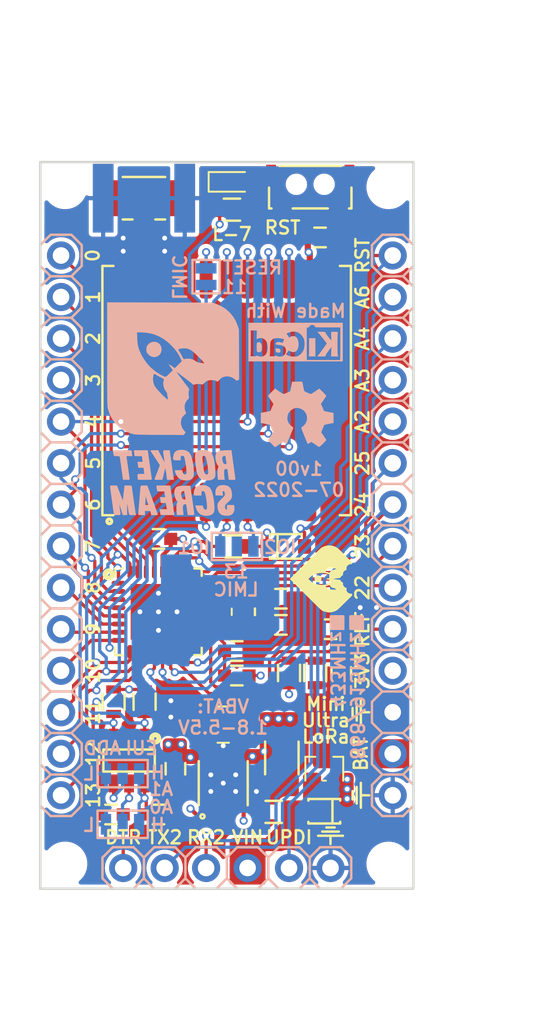
<source format=kicad_pcb>
(kicad_pcb (version 20221018) (generator pcbnew)
  (title_block (title "Mini Ultra LoRa") (date "2022-07-17") (rev "1v00") (company "Rocket Scream Electronics"))
  (layers (0 "F.Cu" signal) (1 "In1.Cu" power "GND") (2 "In2.Cu" power "3V3") (31 "B.Cu" signal) (34 "B.Paste" user) (35 "F.Paste" user) (36 "B.SilkS" user "B.Silkscreen") (37 "F.SilkS" user "F.Silkscreen") (38 "B.Mask" user) (39 "F.Mask" user) (44 "Edge.Cuts" user))
  (net 0 "")
  (net 1 "GND")
  (net 2 "/D4")
  (net 3 "/D9")
  (net 4 "/RST")
  (net 5 "/D3")
  (net 6 "/D5")
  (net 7 "/D6")
  (net 8 "/D7")
  (net 9 "/D8")
  (net 10 "/D10")
  (net 11 "/D11")
  (net 12 "/D12")
  (net 13 "/D13")
  (net 14 "/A6")
  (net 15 "AREF")
  (net 16 "/A2")
  (net 17 "/A3")
  (net 18 "/A4")
  (net 19 "/A5")
  (net 20 "/D0")
  (net 21 "/D1")
  (net 22 "/D2")
  (net 23 "VIN")
  (net 24 "/BULX")
  (net 25 "/BOLX")
  (net 26 "VBAT")
  (net 27 "/D25")
  (net 28 "/D20")
  (net 29 "/D21")
  (net 30 "/UPDI")
  (net 31 "/D24")
  (net 32 "/D23")
  (net 33 "/D22")
  (net 34 "Net-(C4-Pad1)")
  (net 35 "Net-(D3-Pad2)")
  (net 36 "3V3")
  (net 37 "Net-(C3-Pad1)")
  (net 38 "Net-(C2-Pad2)")
  (net 39 "Net-(J2-Pad1)")
  (net 40 "Net-(JP1-Pad2)")
  (net 41 "Net-(JP2-Pad2)")
  (net 42 "/DIO2")
  (net 43 "/DIO1")
  (net 44 "Net-(JP4-Pad2)")
  (footprint "RocketScreamKiCadLib:TS-1086E-12" (layer "F.Cu") (at 214 109.1)
    (fp_text reference "SW1" hide)
    (fp_text value "SPNO")
  )
  (footprint "RocketScreamKiCadLib:SOD-323" (layer "F.Cu") (at 212.5 131.6)
    (fp_text reference "D1" hide)
    (fp_text value "1N4148WS")
  )
  (footprint "RocketScreamKiCadLib:R_0603" (layer "F.Cu") (at 209.2 111 180)
    (fp_text reference "R5" hide)
    (fp_text value "2K2")
  )
  (footprint "RocketScreamKiCadLib:R_0603" (layer "F.Cu") (at 209.3 131.6 180)
    (fp_text reference "R1" hide)
    (fp_text value "10K")
  )
  (footprint "RocketScreamKiCadLib:C_0603" (layer "F.Cu") (at 204.7 131.14 180)
    (fp_text reference "C1" hide)
    (fp_text value "100nF")
  )
  (footprint "RocketScreamKiCadLib:C_0603" (layer "F.Cu") (at 209.5 138)
    (fp_text reference "C3" hide)
    (fp_text value "100nF")
  )
  (footprint "RocketScreamKiCadLib:R_0603" (layer "F.Cu") (at 211.76 147.84 180)
    (fp_text reference "R2" hide)
    (fp_text value "10K")
  )
  (footprint "RocketScreamKiCadLib:SOD-323" (layer "F.Cu") (at 214.86 147.8 180)
    (fp_text reference "D2" hide)
    (fp_text value "B16WS")
  )
  (footprint "RocketScreamKiCadLib:C_1206" (layer "F.Cu") (at 212.26 144.54 -90)
    (fp_text reference "C5" hide)
    (fp_text value "220uF 6.3V X5R")
  )
  (footprint "RocketScreamKiCadLib:I_0603" (layer "F.Cu") (at 209.5 139.5)
    (fp_text reference "L2" hide)
    (fp_text value "BLM18KG221SN1D")
  )
  (footprint "RocketScreamKiCadLib:I_2520" (layer "F.Cu") (at 208.668 142.5 180)
    (fp_text reference "L1" hide)
    (fp_text value "CVH252009-2R2M")
  )
  (footprint "RocketScreamKiCadLib:C_0603" (layer "F.Cu") (at 205.74 145.2 -90)
    (fp_text reference "C4" hide)
    (fp_text value "22uF 10V X5R")
  )
  (footprint "RocketScreamKiCadLib:DFN-12" (layer "F.Cu") (at 208.668 146.082 90)
    (fp_text reference "U1" hide)
    (fp_text value "RP604K331A")
  )
  (footprint "RocketScreamKiCadLib:SOT-323" (layer "F.Cu") (at 214.86 145.2 -90)
    (fp_text reference "Q1" hide)
    (fp_text value "DMP2165UW-7")
  )
  (footprint "RocketScreamKiCadLib:R_0603" (layer "F.Cu") (at 214.3 139.34 -90)
    (fp_text reference "R7" hide)
    (fp_text value "1M")
  )
  (footprint "RocketScreamKiCadLib:R_0603" (layer "F.Cu") (at 212.7 139.34 -90)
    (fp_text reference "R6" hide)
    (fp_text value "1M")
  )
  (footprint "RocketScreamKiCadLib:C_0603" (layer "F.Cu") (at 201.79 148)
    (fp_text reference "C2" hide)
    (fp_text value "100nF")
  )
  (footprint "RocketScreamKiCadLib:C_0603" (layer "F.Cu") (at 215.25 136.665 180)
    (fp_text reference "C7" hide)
    (fp_text value "100nF")
  )
  (footprint "RocketScreamKiCadLib:LED_0603" (layer "F.Cu") (at 209.2 109.3)
    (fp_text reference "D3" hide)
    (fp_text value "Red")
  )
  (footprint "RocketScreamKiCadLib:C_0603" (layer "F.Cu") (at 212.2 136.4)
    (fp_text reference "C8" hide)
    (fp_text value "10pF")
  )
  (footprint "RocketScreamKiCadLib:C_0603" (layer "F.Cu") (at 212.2 134.8)
    (fp_text reference "C9" hide)
    (fp_text value "10pF")
  )
  (footprint "RocketScreamKiCadLib:SC-20S" (layer "F.Cu") (at 209.9 135.6 90)
    (fp_text reference "Y1" hide)
    (fp_text value "SC20S")
  )
  (footprint "RocketScreamKiCadLib:LOGO-ROCKET-SCREAM_Without_Text_XXXXSmall" (layer "F.Cu") (at 215.163073 133.590004 135)
    (fp_text reference "LOGO2" hide)
    (fp_text value "LOGO-ROCKET-SCREAM-WITHOUT-TEXT" hide)
  )
  (footprint "RocketScreamKiCadLib:C_0603" (layer "F.Cu") (at 215.9 139.34 90)
    (fp_text reference "C10" hide)
    (fp_text value "100nF")
  )
  (footprint "RocketScreamKiCadLib:C_0603" (layer "F.Cu") (at 214.6 112.7)
    (fp_text reference "C11" hide)
    (fp_text value "22uF 10V X5R")
  )
  (footprint "RocketScreamKiCadLib:HOLE_NPTH_2.2MM" (layer "F.Cu") (at 218.796 109.614)
    (fp_text reference "M7" hide)
    (fp_text value "MOUNT_HOLE")
  )
  (footprint "RocketScreamKiCadLib:FIDUCIAL-0.5MM_CROSS" (layer "F.Cu") (at 198.46 111.54)
    (fp_text reference "M1" hide)
    (fp_text value "FIDUCIAL")
  )
  (footprint "RocketScreamKiCadLib:HOLE_NPTH_2.2MM" (layer "F.Cu") (at 198.984 151.016)
    (fp_text reference "M5" hide)
    (fp_text value "MOUNT_HOLE")
  )
  (footprint "RocketScreamKiCadLib:SOT-23-6" (layer "F.Cu") (at 202.9 144.7 180)
    (fp_text reference "U3" hide)
    (fp_text value "24AA025E64T-I-OT")
  )
  (footprint "RocketScreamKiCadLib:HOLE_NPTH_2.2MM" (layer "F.Cu") (at 198.984 109.614)
    (fp_text reference "M6" hide)
    (fp_text value "MOUNT_HOLE")
  )
  (footprint "RocketScreamKiCadLib:C_0603" (layer "F.Cu") (at 204.7 148)
    (fp_text reference "C6" hide)
    (fp_text value "100nF")
  )
  (footprint "RocketScreamKiCadLib:R_0603" (layer "F.Cu") (at 201.95 141.1 90)
    (fp_text reference "R3" hide)
    (fp_text value "2K2")
  )
  (footprint "RocketScreamKiCadLib:FIDUCIAL-0.5MM_CROSS" (layer "F.Cu") (at 198.46 149.04)
    (fp_text reference "M3" hide)
    (fp_text value "FIDUCIAL")
  )
  (footprint "RocketScreamKiCadLib:HOLE_NPTH_2.2MM" (layer "F.Cu") (at 218.796 151.016)
    (fp_text reference "M8" hide)
    (fp_text value "MOUNT_HOLE")
  )
  (footprint "RocketScreamKiCadLib:RF-SMA-EDGE_Without_Feed" (layer "F.Cu") (at 203.81 110.3 90)
    (fp_text reference "J3" hide)
    (fp_text value "RF-SMA-EDGE_Without_Feed")
  )
  (footprint "RocketScreamKiCadLib:U.FL-R-SMT" (layer "F.Cu") (at 203.81 110.3 180)
    (fp_text reference "J2" hide)
    (fp_text value "U.FL-R-SMT")
  )
  (footprint "RocketScreamKiCadLib:FIDUCIAL-0.5MM_CROSS" (layer "F.Cu") (at 219.46 149.04)
    (fp_text reference "M4" hide)
    (fp_text value "FIDUCIAL")
  )
  (footprint "RocketScreamKiCadLib:E19-900M20S2" (layer "F.Cu") (at 208.89 122.067)
    (fp_text reference "U4" hide)
    (fp_text value "E19-900M20S2")
  )
  (footprint "RocketScreamKiCadLib:R_0603" (layer "F.Cu") (at 203.85 141.1 90)
    (fp_text reference "R4" hide)
    (fp_text value "2K2")
  )
  (footprint "RocketScreamKiCadLib:QFN-32_5x5mm_Pitch0.5mm" (layer "F.Cu") (at 204.7 135.6)
    (fp_text reference "U2" hide)
    (fp_text value "ATMEGAx808-Mx")
  )
  (footprint "RocketScreamKiCadLib:FIDUCIAL-0.5MM_CROSS" (layer "F.Cu") (at 219.46 111.54)
    (fp_text reference "M2" hide)
    (fp_text value "FIDUCIAL")
  )
  (footprint "RocketScreamKiCadLib:LOGO-ROCKET-SCREAM_Vertical_XSmall" (layer "B.Cu") (at 205.59908 123.407889 180)
    (fp_text reference "LOGO3" hide)
    (fp_text value "LOGO-ROCKET-SCREAM-VERTICAL" hide)
  )
  (footprint "RocketScreamKiCadLib:HDR_1x6_Pitch2.54mm" (layer "B.Cu") (at 208.89 151.27)
    (fp_text reference "J1" hide)
    (fp_text value "2.54 mm 1x6")
  )
  (footprint "RocketScreamKiCadLib:HDR_1x14_Pitch2.54mm" (layer "B.Cu") (at 219.05 130.315 -90)
    (fp_text reference "J5" hide)
    (fp_text value "2.54 mm 1x14")
  )
  (footprint "RocketScreamKiCadLib:HDR_1x14_Pitch2.54mm" (layer "B.Cu") (at 198.73 130.315 -90)
    (fp_text reference "J4" hide)
    (fp_text value "2.54 mm 1x14")
  )
  (footprint "RocketScreamKiCadLib:LOGO-KICAD_XXXSmall" (layer "B.Cu") (at 213.1 119.1 180)
    (fp_text reference "LOGO1" hide)
    (fp_text value "LOGO-KICAD" hide)
  )
  (footprint "RocketScreamKiCadLib:LOGO-OSHW_XXSmall" (layer "B.Cu") (at 213.2 123.5 180)
    (fp_text reference "LOGO4" hide)
    (fp_text value "LOGO-OSHW" hide)
  )
  (footprint "RocketScreamKiCadLib:JUMPER-2-WAY-SMD" (layer "B.Cu") (at 209.5 131.6)
    (fp_text reference "JP3" hide)
    (fp_text value "JUMPER-2-WAY")
  )
  (footprint "RocketScreamKiCadLib:JUMPER-2-WAY-SMD" (layer "B.Cu") (at 202.5 148.6)
    (fp_text reference "JP2" hide)
    (fp_text value "JUMPER-2-WAY")
  )
  (footprint "RocketScreamKiCadLib:JUMPER-1-WAY-SMD" (layer "B.Cu") (at 207.62 115.1 90)
    (fp_text reference "JP4" hide)
    (fp_text value "JUMPER-1-WAY")
  )
  (footprint "RocketScreamKiCadLib:JUMPER-2-WAY-SMD" (layer "B.Cu") (at 202.5 145.5)
    (fp_text reference "JP1" hide)
    (fp_text value "JUMPER-2-WAY")
  )
  (gr_poly (pts (xy 216.46 135.878) (xy 216.46 136.64) (xy 217.222 136.64) (xy 217.222 135.878)) (stroke (width 0.15)) (fill solid) (layer "B.SilkS"))
  (gr_poly (pts (xy 215.26 135.878) (xy 215.26 136.64) (xy 216.022 136.64) (xy 216.022 135.878)) (stroke (width 0.15)) (fill solid) (layer "B.SilkS"))
  (gr_line (start 217.608 146.825) (end 217.1 146.825) (stroke (width 0.15)) (layer "F.SilkS"))
  (gr_line (start 217.1 140.983) (end 217.1 142.507) (stroke (width 0.15)) (layer "F.SilkS"))
  (gr_line (start 215.748 149.046) (end 214.732 149.046) (stroke (width 0.15)) (layer "F.SilkS"))
  (gr_line (start 216.002 149.3) (end 214.478 149.3) (stroke (width 0.15)) (layer "F.SilkS"))
  (gr_line (start 215.24 149.808) (end 215.24 149.3) (stroke (width 0.15)) (layer "F.SilkS"))
  (gr_line (start 217.1 146.063) (end 217.1 147.587) (stroke (width 0.15)) (layer "F.SilkS"))
  (gr_line (start 216.846 146.317) (end 216.846 147.333) (stroke (width 0.15)) (layer "F.SilkS"))
  (gr_line (start 216.592 146.571) (end 216.592 147.079) (stroke (width 0.15)) (layer "F.SilkS"))
  (gr_line (start 217.608 141.745) (end 217.1 141.745) (stroke (width 0.15)) (layer "F.SilkS"))
  (gr_line (start 215.494 148.792) (end 214.986 148.792) (stroke (width 0.15)) (layer "F.SilkS"))
  (gr_line (start 216.592 141.491) (end 216.592 141.999) (stroke (width 0.15)) (layer "F.SilkS"))
  (gr_line (start 216.846 141.237) (end 216.846 142.253) (stroke (width 0.15)) (layer "F.SilkS"))
  (gr_line (start 197.46 108.09) (end 197.46 152.54) (stroke (width 0.15)) (layer "Edge.Cuts"))
  (gr_line (start 197.46 152.54) (end 220.32 152.54) (stroke (width 0.15)) (layer "Edge.Cuts"))
  (gr_line (start 220.32 108.09) (end 220.32 152.54) (stroke (width 0.15)) (layer "Edge.Cuts"))
  (gr_line (start 197.46 108.09) (end 220.32 108.09) (stroke (width 0.15)) (layer "Edge.Cuts"))
  (gr_text "1v00\n07-2022" (at 213.3 127.5) (layer "B.SilkS") (effects (font (size 0.8 0.8)) (justify mirror)))
  (gr_text "VBAT:\n1.8-5.5V" (at 208.66 142.04) (layer "B.SilkS") (effects (font (size 0.8 0.8)) (justify mirror)))
  (gr_text "Made With" (at 213.1 117.2) (layer "B.SilkS") (effects (font (size 0.8 0.8)) (justify mirror)))
  (gr_text "868/915MHz" (at 216.86 140.74 270) (layer "B.SilkS") (effects (font (size 0.8 0.8)) (justify mirror)))
  (gr_text "433MHz" (at 215.66 139.14 270) (layer "B.SilkS") (effects (font (size 0.8 0.8)) (justify mirror)))
  (gr_text "LMIC" (at 209.46 134.24) (layer "B.SilkS") (effects (font (size 0.8 0.8)) (justify mirror)))
  (gr_text "IO2" (at 212.16 131.64) (layer "B.SilkS") (effects (font (size 0.8 0.8)) (justify mirror)))
  (gr_text "L" (at 200.46 148.64) (layer "B.SilkS") (effects (font (size 0.8 0.8)) (justify mirror)))
  (gr_text "LMIC" (at 205.96 115.14 270) (layer "B.SilkS") (effects (font (size 0.8 0.8)) (justify mirror)))
  (gr_text "13" (at 209.46 133.14) (layer "B.SilkS") (effects (font (size 0.8 0.8)) (justify mirror)))
  (gr_text "A0" (at 204.86 147.54) (layer "B.SilkS") (effects (font (size 0.8 0.8)) (justify mirror)))
  (gr_text "H" (at 204.66 148.64) (layer "B.SilkS") (effects (font (size 0.8 0.8)) (justify mirror)))
  (gr_text "11" (at 209.36 115.74) (layer "B.SilkS") (effects (font (size 0.8 0.8)) (justify mirror)))
  (gr_text "L" (at 200.46 145.5) (layer "B.SilkS") (effects (font (size 0.8 0.8)) (justify mirror)))
  (gr_text "EUI" (at 203.66 143.94) (layer "B.SilkS") (effects (font (size 0.8 0.8)) (justify mirror)))
  (gr_text "RESET" (at 210.46 114.54) (layer "B.SilkS") (effects (font (size 0.8 0.8)) (justify mirror)))
  (gr_text "A1" (at 204.86 146.44) (layer "B.SilkS") (effects (font (size 0.8 0.8)) (justify mirror)))
  (gr_text "IO1" (at 206.86 131.64) (layer "B.SilkS") (effects (font (size 0.8 0.8)) (justify mirror)))
  (gr_text "H" (at 204.66 145.44) (layer "B.SilkS") (effects (font (size 0.8 0.8)) (justify mirror)))
  (gr_text "ADD" (at 201.26 143.94) (layer "B.SilkS") (effects (font (size 0.8 0.8)) (justify mirror)))
  (gr_text "12" (at 200.7 144.285 90) (layer "F.SilkS") (effects (font (size 0.8 0.8))))
  (gr_text "11" (at 200.7 141.745 90) (layer "F.SilkS") (effects (font (size 0.8 0.8))))
  (gr_text "10" (at 200.7 139.205 90) (layer "F.SilkS") (effects (font (size 0.8 0.8))))
  (gr_text "9" (at 200.7 136.665 90) (layer "F.SilkS") (effects (font (size 0.8 0.8))))
  (gr_text "8" (at 200.7 134.125 90) (layer "F.SilkS") (effects (font (size 0.8 0.8))))
  (gr_text "7" (at 200.7 131.585 90) (layer "F.SilkS") (effects (font (size 0.8 0.8))))
  (gr_text "6" (at 200.7 129.045 90) (layer "F.SilkS") (effects (font (size 0.8 0.8))))
  (gr_text "5" (at 200.7 126.505 90) (layer "F.SilkS") (effects (font (size 0.8 0.8))))
  (gr_text "4" (at 200.7 123.965 90) (layer "F.SilkS") (effects (font (size 0.8 0.8))))
  (gr_text "3" (at 200.7 121.425 90) (layer "F.SilkS") (effects (font (size 0.8 0.8))))
  (gr_text "2" (at 200.7 118.885 90) (layer "F.SilkS") (effects (font (size 0.8 0.8))))
  (gr_text "1" (at 200.7 116.345 90) (layer "F.SilkS") (effects (font (size 0.8 0.8))))
  (gr_text "0" (at 200.6 113.805 270) (layer "F.SilkS") (effects (font (size 0.8 0.8))))
  (gr_text "VIN" (at 210.16 149.4) (layer "F.SilkS") (effects (font (size 0.8 0.8))))
  (gr_text "RX2" (at 207.62 149.4) (layer "F.SilkS") (effects (font (size 0.8 0.8))))
  (gr_text "TX2" (at 205.08 149.4) (layer "F.SilkS") (effects (font (size 0.8 0.8))))
  (gr_text "DTR" (at 202.54 149.4) (layer "F.SilkS") (effects (font (size 0.8 0.8))))
  (gr_text "RST" (at 217.2 113.805 90) (layer "F.SilkS") (effects (font (size 0.8 0.8))))
  (gr_text "A6" (at 217.2 116.345 90) (layer "F.SilkS") (effects (font (size 0.8 0.8))))
  (gr_text "A4" (at 217.2 118.885 90) (layer "F.SilkS") (effects (font (size 0.8 0.8))))
  (gr_text "A3" (at 217.2 121.425 90) (layer "F.SilkS") (effects (font (size 0.8 0.8))))
  (gr_text "A2" (at 217.2 123.965 90) (layer "F.SilkS") (effects (font (size 0.8 0.8))))
  (gr_text "22" (at 217.2 134.125 90) (layer "F.SilkS") (effects (font (size 0.8 0.8))))
  (gr_text "23" (at 217.2 131.585 90) (layer "F.SilkS") (effects (font (size 0.8 0.8))))
  (gr_text "24" (at 217.2 129.045 90) (layer "F.SilkS") (effects (font (size 0.8 0.8))))
  (gr_text "25" (at 217.2 126.505 90) (layer "F.SilkS") (effects (font (size 0.8 0.8))))
  (gr_text "3V3" (at 217.2 139.205 90) (layer "F.SilkS") (effects (font (size 0.8 0.8))))
  (gr_text "BAT" (at 217.1 144.285 90) (layer "F.SilkS") (effects (font (size 0.8 0.8))))
  (gr_text "REF" (at 217.2 136.665 90) (layer "F.SilkS") (effects (font (size 0.8 0.8))))
  (gr_text "UPDI" (at 212.7 149.4) (layer "F.SilkS") (effects (font (size 0.8 0.8))))
  (gr_text "RST" (at 212.3 112.1) (layer "F.SilkS") (effects (font (size 0.8 0.8))))
  (gr_text "L-7" (at 209.2 112.5) (layer "F.SilkS") (effects (font (size 0.8 0.8))))
  (gr_text "Mini" (at 214.96 141.24) (layer "F.SilkS") (effects (font (size 0.8 0.8))))
  (gr_text "13" (at 200.7 146.825 90) (layer "F.SilkS") (effects (font (size 0.8 0.8))))
  (gr_text "LoRa" (at 214.96 143.24) (layer "F.SilkS") (effects (font (size 0.8 0.8))))
  (gr_text "Ultra" (at 214.96 142.24) (layer "F.SilkS") (effects (font (size 0.8 0.8))))
  (segment (start 209.418 146.602) (end 209.43 146.59) (width 0.254) (layer "F.Cu") (net 1))
  (segment (start 207.150001 136.35) (end 208.25 136.35) (width 0.2) (layer "F.Cu") (net 1))
  (segment (start 208.918 144.046) (end 208.668 143.796) (width 0.254) (layer "F.Cu") (net 1))
  (segment (start 203.95 131.69) (end 203.95 131.14) (width 0.254) (layer "F.Cu") (net 1))
  (segment (start 208.918 146.582) (end 207.993 145.657) (width 0.254) (layer "F.Cu") (net 1))
  (segment (start 208.418 147.482) (end 208.418 148.098) (width 0.254) (layer "F.Cu") (net 1))
  (segment (start 208.918 147.482) (end 208.918 146.582) (width 0.254) (layer "F.Cu") (net 1))
  (segment (start 208.418 146.582) (end 209.343 145.657) (width 0.254) (layer "F.Cu") (net 1))
  (segment (start 208.918 146.082) (end 209.343 146.507) (width 0.254) (layer "F.Cu") (net 1))
  (segment (start 208.418 147.482) (end 208.418 146.582) (width 0.254) (layer "F.Cu") (net 1))
  (segment (start 204.45 133.15) (end 204.45 132.19) (width 0.254) (layer "F.Cu") (net 1))
  (segment (start 204.45 132.19) (end 203.95 131.69) (width 0.254) (layer "F.Cu") (net 1))
  (segment (start 208.918 144.682) (end 208.918 144.046) (width 0.254) (layer "F.Cu") (net 1))
  (segment (start 208.418 144.682) (end 208.418 146.082) (width 0.254) (layer "F.Cu") (net 1))
  (segment (start 208.918 147.482) (end 208.918 148.04) (width 0.254) (layer "F.Cu") (net 1))
  (segment (start 208.418 144.682) (end 208.418 144.046) (width 0.254) (layer "F.Cu") (net 1))
  (segment (start 209.418 147.482) (end 209.418 146.602) (width 0.254) (layer "F.Cu") (net 1))
  (segment (start 209.418 147.482) (end 209.418 147.982) (width 0.254) (layer "F.Cu") (net 1))
  (segment (start 208.418 144.046) (end 208.668 143.796) (width 0.254) (layer "F.Cu") (net 1))
  (segment (start 208.418 146.082) (end 207.993 146.507) (width 0.254) (layer "F.Cu") (net 1))
  (segment (start 208.918 144.682) (end 208.918 146.082) (width 0.254) (layer "F.Cu") (net 1))
  (via (at 207.906 145.574) (size 0.5) (drill 0.3) (layers "F.Cu" "B.Cu") (net 1))
  (via (at 207.906 146.59) (size 0.5) (drill 0.3) (layers "F.Cu" "B.Cu") (net 1))
  (via (at 208.668 146.082) (size 0.5) (drill 0.3) (layers "F.Cu" "B.Cu") (net 1))
  (via (at 209.43 145.574) (size 0.5) (drill 0.3) (layers "F.Cu" "B.Cu") (net 1))
  (via (at 209.43 146.59) (size 0.5) (drill 0.3) (layers "F.Cu" "B.Cu") (net 1))
  (via (at 210.7 146.59) (size 0.5) (drill 0.3) (layers "F.Cu" "B.Cu") (net 1))
  (via (at 204.7 134.465) (size 0.5) (drill 0.3) (layers "F.Cu" "B.Cu") (net 1))
  (via (at 205.46 142.04) (size 0.5) (drill 0.3) (layers "F.Cu" "B.Cu") (net 1))
  (via (at 204.7 135.6) (size 0.5) (drill 0.3) (layers "F.Cu" "B.Cu") (net 1))
  (via (at 202.537855 112.74) (size 0.5) (drill 0.3) (layers "F.Cu" "B.Cu") (net 1))
  (via (at 205.46 141.04) (size 0.5) (drill 0.3) (layers "F.Cu" "B.Cu") (net 1))
  (via (at 218.06 135.34) (size 0.5) (drill 0.3) (layers "F.Cu" "B.Cu") (net 1))
  (via (at 205.08 112.74) (size 0.5) (drill 0.3) (layers "F.Cu" "B.Cu") (net 1))
  (via (at 217.06 135.34) (size 0.5) (drill 0.3) (layers "F.Cu" "B.Cu") (net 1))
  (via (at 204.7 136.735) (size 0.5) (drill 0.3) (layers "F.Cu" "B.Cu") (net 1))
  (via (at 203.565 135.6) (size 0.5) (drill 0.3) (layers "F.Cu" "B.Cu") (net 1))
  (via (at 202.54 113.54) (size 0.5) (drill 0.3) (layers "F.Cu" "B.Cu") (net 1))
  (via (at 205.08 113.54) (size 0.5) (drill 0.3) (layers "F.Cu" "B.Cu") (net 1))
  (via (at 205.835 135.6) (size 0.5) (drill 0.3) (layers "F.Cu" "B.Cu") (net 1))
  (via (at 208.668 143.796) (size 0.5) (drill 0.3) (layers "F.Cu" "B.Cu") (net 1))
  (segment (start 201.2 132.1) (end 200.2 131.1) (width 0.2) (layer "F.Cu") (net 2))
  (segment (start 202.25 134.35) (end 201.65 134.35) (width 0.2) (layer "F.Cu") (net 2))
  (segment (start 201.65 134.35) (end 201.2 133.9) (width 0.2) (layer "F.Cu") (net 2))
  (segment (start 200.2 125.435) (end 198.73 123.965) (width 0.2) (layer "F.Cu") (net 2))
  (segment (start 210.16 115.252) (end 210.16 113.6) (width 0.2) (layer "F.Cu") (net 2))
  (segment (start 210.16 123.965) (end 210.135 123.965) (width 0.2) (layer "F.Cu") (net 2))
  (segment (start 200.2 131.1) (end 200.2 125.435) (width 0.2) (layer "F.Cu") (net 2))
  (segment (start 210.135 123.965) (end 202.4 123.965) (width 0.2) (layer "F.Cu") (net 2))
  (segment (start 201.2 133.9) (end 201.2 132.1) (width 0.2) (layer "F.Cu") (net 2))
  (via (at 210.16 123.965) (size 0.5) (drill 0.3) (layers "F.Cu" "B.Cu") (net 2))
  (via (at 202.4 123.965) (size 0.5) (drill 0.3) (layers "F.Cu" "B.Cu") (net 2))
  (via (at 210.16 113.6) (size 0.5) (drill 0.3) (layers "F.Cu" "B.Cu") (net 2))
  (segment (start 202.4 123.965) (end 198.73 123.965) (width 0.2) (layer "B.Cu") (net 2))
  (segment (start 210.16 123.965) (end 210.16 113.6) (width 0.2) (layer "B.Cu") (net 2))
  (segment (start 198.915 136.85) (end 198.73 136.665) (width 0.2) (layer "F.Cu") (net 3))
  (segment (start 202.09 136.85) (end 198.915 136.85) (width 0.2) (layer "F.Cu") (net 3))
  (segment (start 217.1 113.4) (end 217.505 113.805) (width 0.2) (layer "F.Cu") (net 4))
  (segment (start 207.2 132.5) (end 207 132.3) (width 0.2) (layer "F.Cu") (net 4))
  (segment (start 207.8 131.6) (end 207.5 131.3) (width 0.2) (layer "F.Cu") (net 4))
  (segment (start 215.725 110.85) (end 216.65 110.85) (width 0.2) (layer "F.Cu") (net 4))
  (segment (start 208.55 131.6) (end 207.8 131.6) (width 0.2) (layer "F.Cu") (net 4))
  (segment (start 217.1 111.3) (end 217.1 113.4) (width 0.2) (layer "F.Cu") (net 4))
  (segment (start 200.7 147.2) (end 201.04 147.54) (width 0.2) (layer "F.Cu") (net 4))
  (segment (start 206.2 132.3) (end 205.95 132.55) (width 0.2) (layer "F.Cu") (net 4))
  (segment (start 205.95 132.55) (end 205.95 133.15) (width 0.2) (layer "F.Cu") (net 4))
  (segment (start 216.65 110.85) (end 217.1 111.3) (width 0.2) (layer "F.Cu") (net 4))
  (segment (start 200.7 141.3) (end 200.7 147.2) (width 0.2) (layer "F.Cu") (net 4))
  (segment (start 207.5 131.3) (end 206.9 131.3) (width 0.2) (layer "F.Cu") (net 4))
  (segment (start 213.65 131.6) (end 213.65 130.75) (width 0.2) (layer "F.Cu") (net 4))
  (segment (start 217.505 113.805) (end 219.05 113.805) (width 0.2) (layer "F.Cu") (net 4))
  (segment (start 213.65 130.75) (end 213.4 130.5) (width 0.2) (layer "F.Cu") (net 4))
  (segment (start 207 132.3) (end 206.2 132.3) (width 0.2) (layer "F.Cu") (net 4))
  (segment (start 200.9 141.1) (end 200.7 141.3) (width 0.2) (layer "F.Cu") (net 4))
  (segment (start 201.04 147.54) (end 201.04 148.1) (width 0.2) (layer "F.Cu") (net 4))
  (via (at 206.9 131.3) (size 0.5) (drill 0.3) (layers "F.Cu" "B.Cu") (net 4))
  (via (at 200.9 141.1) (size 0.5) (drill 0.3) (layers "F.Cu" "B.Cu") (net 4))
  (via (at 207.2 132.5) (size 0.5) (drill 0.3) (layers "F.Cu" "B.Cu") (net 4))
  (via (at 213.4 130.5) (size 0.5) (drill 0.3) (layers "F.Cu" "B.Cu") (net 4))
  (segment (start 217.46 117.34) (end 217.46 119.24) (width 0.2) (layer "B.Cu") (net 4))
  (segment (start 207.2 131.6) (end 206.9 131.3) (width 0.2) (layer "B.Cu") (net 4))
  (segment (start 202.7 135.6) (end 202.7 139.6) (width 0.2) (layer "B.Cu") (net 4))
  (segment (start 204.5 132) (end 204.5 133.8) (width 0.2) (layer "B.Cu") (net 4))
  (segment (start 207.2 132.5) (end 207.7 133) (width 0.2) (layer "B.Cu") (net 4))
  (segment (start 207.7 133) (end 209.6 133) (width 0.2) (layer "B.Cu") (net 4))
  (segment (start 204.76 131.74) (end 204.5 132) (width 0.2) (layer "B.Cu") (net 4))
  (segment (start 213.8 130.5) (end 213.4 130.5) (width 0.2) (layer "B.Cu") (net 4))
  (segment (start 209.6 133) (end 210 132.6) (width 0.2) (layer "B.Cu") (net 4))
  (segment (start 217.46 119.24) (end 217.06 119.64) (width 0.2) (layer "B.Cu") (net 4))
  (segment (start 217.86 116.94) (end 217.46 117.34) (width 0.2) (layer "B.Cu") (net 4))
  (segment (start 206.46 131.74) (end 204.76 131.74) (width 0.2) (layer "B.Cu") (net 4))
  (segment (start 217.06 119.64) (end 217.06 121.64) (width 0.2) (layer "B.Cu") (net 4))
  (segment (start 216.26 126.34) (end 215.86 126.74) (width 0.2) (layer "B.Cu") (net 4))
  (segment (start 215.86 126.74) (end 215.86 128.44) (width 0.2) (layer "B.Cu") (net 4))
  (segment (start 216.66 123.94) (end 216.26 124.34) (width 0.2) (layer "B.Cu") (net 4))
  (segment (start 219.05 113.805) (end 217.86 114.995) (width 0.2) (layer "B.Cu") (net 4))
  (segment (start 206.9 131.3) (end 206.46 131.74) (width 0.2) (layer "B.Cu") (net 4))
  (segment (start 216.26 124.34) (end 216.26 126.34) (width 0.2) (layer "B.Cu") (net 4))
  (segment (start 213.4 130.9) (end 213.4 130.5) (width 0.2) (layer "B.Cu") (net 4))
  (segment (start 201.2 141.1) (end 200.9 141.1) (width 0.2) (layer "B.Cu") (net 4))
  (segment (start 204.5 133.8) (end 202.7 135.6) (width 0.2) (layer "B.Cu") (net 4))
  (segment (start 207.2 132.5) (end 207.2 131.6) (width 0.2) (layer "B.Cu") (net 4))
  (segment (start 216.66 122.04) (end 216.66 123.94) (width 0.2) (layer "B.Cu") (net 4))
  (segment (start 215.86 128.44) (end 213.8 130.5) (width 0.2) (layer "B.Cu") (net 4))
  (segment (start 211.7 132.6) (end 213.4 130.9) (width 0.2) (layer "B.Cu") (net 4))
  (segment (start 217.06 121.64) (end 216.66 122.04) (width 0.2) (layer "B.Cu") (net 4))
  (segment (start 210 132.6) (end 211.7 132.6) (width 0.2) (layer "B.Cu") (net 4))
  (segment (start 202.7 139.6) (end 201.2 141.1) (width 0.2) (layer "B.Cu") (net 4))
  (segment (start 217.86 114.995) (end 217.86 116.94) (width 0.2) (layer "B.Cu") (net 4))
  (segment (start 203.85 142.4) (end 203.85 141.75) (width 0.2) (layer "F.Cu") (net 5))
  (segment (start 202.25 132.95) (end 202.25 133.850001) (width 0.2) (layer "F.Cu") (net 5))
  (segment (start 200.6 130.9) (end 200.6 123.295) (width 0.2) (layer "F.Cu") (net 5))
  (segment (start 201.6 131.9) (end 200.6 130.9) (width 0.2) (layer "F.Cu") (net 5))
  (segment (start 203.85 143.2) (end 203.85 142.4) (width 0.2) (layer "F.Cu") (net 5))
  (segment (start 201.6 132.3) (end 201.6 131.9) (width 0.2) (layer "F.Cu") (net 5))
  (segment (start 200.6 123.295) (end 198.73 121.425) (width 0.2) (layer "F.Cu") (net 5))
  (segment (start 202.2 132.9) (end 202.25 132.95) (width 0.2) (layer "F.Cu") (net 5))
  (segment (start 202.2 132.9) (end 201.6 132.3) (width 0.2) (layer "F.Cu") (net 5))
  (via (at 202.2 132.9) (size 0.5) (drill 0.3) (layers "F.Cu" "B.Cu") (net 5))
  (via (at 203.85 142.4) (size 0.5) (drill 0.3) (layers "F.Cu" "B.Cu") (net 5))
  (segment (start 200.3 134.8) (end 202.2 132.9) (width 0.2) (layer "B.Cu") (net 5))
  (segment (start 203.85 142.4) (end 202.9 142.4) (width 0.2) (layer "B.Cu") (net 5))
  (segment (start 200.3 141.4) (end 200.3 134.8) (width 0.2) (layer "B.Cu") (net 5))
  (segment (start 200.7 141.8) (end 200.3 141.4) (width 0.2) (layer "B.Cu") (net 5))
  (segment (start 202.3 141.8) (end 200.7 141.8) (width 0.2) (layer "B.Cu") (net 5))
  (segment (start 202.9 142.4) (end 202.3 141.8) (width 0.2) (layer "B.Cu") (net 5))
  (segment (start 211.43 124.7) (end 202.4 124.7) (width 0.2) (layer "F.Cu") (net 6))
  (segment (start 200.8 132.5) (end 200.8 134.1) (width 0.2) (layer "F.Cu") (net 6))
  (segment (start 200.6 132.3) (end 200.8 132.5) (width 0.2) (layer "F.Cu") (net 6))
  (segment (start 200.8 134.1) (end 201.55 134.85) (width 0.2) (layer "F.Cu") (net 6))
  (segment (start 201.55 134.85) (end 202.249999 134.85) (width 0.2) (layer "F.Cu") (net 6))
  (segment (start 211.43 115.252) (end 211.43 113.6) (width 0.2) (layer "F.Cu") (net 6))
  (via (at 200.6 132.3) (size 0.5) (drill 0.3) (layers "F.Cu" "B.Cu") (net 6))
  (via (at 211.43 124.7) (size 0.5) (drill 0.3) (layers "F.Cu" "B.Cu") (net 6))
  (via (at 202.4 124.7) (size 0.5) (drill 0.3) (layers "F.Cu" "B.Cu") (net 6))
  (via (at 211.43 113.6) (size 0.5) (drill 0.3) (layers "F.Cu" "B.Cu") (net 6))
  (segment (start 199.35 128.05) (end 198.73 127.43) (width 0.2) (layer "B.Cu") (net 6))
  (segment (start 211.43 113.6) (end 211.43 124.7) (width 0.2) (layer "B.Cu") (net 6))
  (segment (start 199.95 128.05) (end 199.35 128.05) (width 0.2) (layer "B.Cu") (net 6))
  (segment (start 200.3 128.4) (end 199.95 128.05) (width 0.2) (layer "B.Cu") (net 6))
  (segment (start 200.6 132.3) (end 200.3 132) (width 0.2) (layer "B.Cu") (net 6))
  (segment (start 200.3 132) (end 200.3 128.4) (width 0.2) (layer "B.Cu") (net 6))
  (segment (start 198.73 127.43) (end 198.73 126.505) (width 0.2) (layer "B.Cu") (net 6))
  (segment (start 202.4 124.7) (end 200.535 124.7) (width 0.2) (layer "B.Cu") (net 6))
  (segment (start 200.535 124.7) (end 198.73 126.505) (width 0.2) (layer "B.Cu") (net 6))
  (segment (start 200.4 133.1) (end 200.4 134.3) (width 0.2) (layer "F.Cu") (net 7))
  (segment (start 201.45 135.35) (end 202.09 135.35) (width 0.2) (layer "F.Cu") (net 7))
  (segment (start 199.6 127.5) (end 199.6 128.175) (width 0.2) (layer "F.Cu") (net 7))
  (segment (start 202.4 125.4) (end 202.5 125.5) (width 0.2) (layer "F.Cu") (net 7))
  (segment (start 199.6 128.175) (end 198.73 129.045) (width 0.2) (layer "F.Cu") (net 7))
  (segment (start 200.4 134.3) (end 201.45 135.35) (width 0.2) (layer "F.Cu") (net 7))
  (segment (start 200.2 132.9) (end 200.4 133.1) (width 0.2) (layer "F.Cu") (net 7))
  (segment (start 202.5 125.5) (end 212.7 125.5) (width 0.2) (layer "F.Cu") (net 7))
  (segment (start 212.7 115.252) (end 212.7 113.6) (width 0.2) (layer "F.Cu") (net 7))
  (via (at 202.4 125.4) (size 0.5) (drill 0.3) (layers "F.Cu" "B.Cu") (net 7))
  (via (at 212.7 113.6) (size 0.5) (drill 0.3) (layers "F.Cu" "B.Cu") (net 7))
  (via (at 212.7 125.5) (size 0.5) (drill 0.3) (layers "F.Cu" "B.Cu") (net 7))
  (via (at 200.2 132.9) (size 0.5) (drill 0.3) (layers "F.Cu" "B.Cu") (net 7))
  (via (at 199.6 127.5) (size 0.5) (drill 0.3) (layers "F.Cu" "B.Cu") (net 7))
  (segment (start 199.9 130.215) (end 198.73 129.045) (width 0.2) (layer "B.Cu") (net 7))
  (segment (start 200.2 132.9) (end 199.9 132.6) (width 0.2) (layer "B.Cu") (net 7))
  (segment (start 212.7 113.6) (end 212.7 125.5) (width 0.2) (layer "B.Cu") (net 7))
  (segment (start 199.9 125.9) (end 199.9 127.2) (width 0.2) (layer "B.Cu") (net 7))
  (segment (start 202.4 125.4) (end 200.4 125.4) (width 0.2) (layer "B.Cu") (net 7))
  (segment (start 199.9 127.2) (end 199.6 127.5) (width 0.2) (layer "B.Cu") (net 7))
  (segment (start 200.4 125.4) (end 199.9 125.9) (width 0.2) (layer "B.Cu") (net 7))
  (segment (start 199.9 132.6) (end 199.9 130.215) (width 0.2) (layer "B.Cu") (net 7))
  (segment (start 200 133.5) (end 199.6 133.1) (width 0.2) (layer "F.Cu") (net 8))
  (segment (start 208.45 111) (end 208.45 111.9) (width 0.2) (layer "F.Cu") (net 8))
  (segment (start 199.6 132.455) (end 198.73 131.585) (width 0.2) (layer "F.Cu") (net 8))
  (segment (start 202.09 135.85) (end 201.35 135.85) (width 0.2) (layer "F.Cu") (net 8))
  (segment (start 201.35 135.85) (end 200 134.5) (width 0.2) (layer "F.Cu") (net 8))
  (segment (start 200 134.5) (end 200 133.5) (width 0.2) (layer "F.Cu") (net 8))
  (segment (start 199.6 133.1) (end 199.6 132.455) (width 0.2) (layer "F.Cu") (net 8))
  (via (at 208.45 111.9) (size 0.5) (drill 0.3) (layers "F.Cu" "B.Cu") (net 8))
  (segment (start 207.2 116.6) (end 207.2 126.3) (width 0.2) (layer "B.Cu") (net 8))
  (segment (start 208.45 111.9) (end 206.6 113.75) (width 0.2) (layer "B.Cu") (net 8))
  (segment (start 200 133.5) (end 198.73 132.23) (width 0.2) (layer "B.Cu") (net 8))
  (segment (start 198.73 132.23) (end 198.73 131.585) (width 0.2) (layer "B.Cu") (net 8))
  (segment (start 206.6 113.75) (end 206.6 116) (width 0.2) (layer "B.Cu") (net 8))
  (segment (start 201.2 132.7) (end 200.4 133.5) (width 0.2) (layer "B.Cu") (net 8))
  (segment (start 206.6 116) (end 207.2 116.6) (width 0.2) (layer "B.Cu") (net 8))
  (segment (start 201.2 132.3) (end 201.2 132.7) (width 0.2) (layer "B.Cu") (net 8))
  (segment (start 200.4 133.5) (end 200 133.5) (width 0.2) (layer "B.Cu") (net 8))
  (segment (start 207.2 126.3) (end 201.2 132.3) (width 0.2) (layer "B.Cu") (net 8))
  (segment (start 202.089999 136.35) (end 201.2525 136.35) (width 0.2) (layer "F.Cu") (net 9))
  (segment (start 201.2525 136.35) (end 199.0275 134.125) (width 0.2) (layer "F.Cu") (net 9))
  (segment (start 199.0275 134.125) (end 198.73 134.125) (width 0.2) (layer "F.Cu") (net 9))
  (segment (start 207.62 128.882) (end 207.62 130.4) (width 0.2) (layer "F.Cu") (net 10))
  (segment (start 201.7 137.4) (end 201.65 137.35) (width 0.2) (layer "F.Cu") (net 10))
  (segment (start 201.7 137.8) (end 201.7 137.4) (width 0.2) (layer "F.Cu") (net 10))
  (segment (start 200.585 137.35) (end 198.73 139.205) (width 0.2) (layer "F.Cu") (net 10))
  (segment (start 201.65 137.35) (end 200.585 137.35) (width 0.2) (layer "F.Cu") (net 10))
  (segment (start 202.250001 137.35) (end 201.65 137.35) (width 0.2) (layer "F.Cu") (net 10))
  (via (at 201.7 137.8) (size 0.5) (drill 0.3) (layers "F.Cu" "B.Cu") (net 10))
  (via (at 207.62 130.4) (size 0.5) (drill 0.3) (layers "F.Cu" "B.Cu") (net 10))
  (segment (start 201.7 137.8) (end 201.7 135.4) (width 0.2) (layer "B.Cu") (net 10))
  (segment (start 201.7 135.4) (end 203.6 133.5) (width 0.2) (layer "B.Cu") (net 10))
  (segment (start 207.36 130.14) (end 207.62 130.4) (width 0.2) (layer "B.Cu") (net 10))
  (segment (start 205.16 130.14) (end 207.36 130.14) (width 0.2) (layer "B.Cu") (net 10))
  (segment (start 203.6 131.7) (end 205.16 130.14) (width 0.2) (layer "B.Cu") (net 10))
  (segment (start 203.6 133.5) (end 203.6 131.7) (width 0.2) (layer "B.Cu") (net 10))
  (segment (start 202.950001 138.549999) (end 202.950001 138.05) (width 0.2) (layer "F.Cu") (net 11))
  (segment (start 199.5 140.975) (end 198.73 141.745) (width 0.2) (layer "F.Cu") (net 11))
  (segment (start 199.5 140.1) (end 199.5 140.975) (width 0.2) (layer "F.Cu") (net 11))
  (segment (start 202.8 138.7) (end 202.950001 138.549999) (width 0.2) (layer "F.Cu") (net 11))
  (segment (start 200.9 138.7) (end 202.8 138.7) (width 0.2) (layer "F.Cu") (net 11))
  (segment (start 200.9 138.7) (end 199.5 140.1) (width 0.2) (layer "F.Cu") (net 11))
  (via (at 200.9 138.7) (size 0.5) (drill 0.3) (layers "F.Cu" "B.Cu") (net 11))
  (segment (start 200.7 138.5) (end 200.7 135.2) (width 0.2) (layer "B.Cu") (net 11))
  (segment (start 200.7 135.2) (end 202.8 133.1) (width 0.2) (layer "B.Cu") (net 11))
  (segment (start 200.9 138.7) (end 200.7 138.5) (width 0.2) (layer "B.Cu") (net 11))
  (segment (start 202.8 133.1) (end 202.8 131.3) (width 0.2) (layer "B.Cu") (net 11))
  (segment (start 207.62 126.48) (end 207.62 115.608) (width 0.2) (layer "B.Cu") (net 11))
  (segment (start 202.8 131.3) (end 207.62 126.48) (width 0.2) (layer "B.Cu") (net 11))
  (segment (start 201.5 139.25) (end 201.05 139.25) (width 0.2) (layer "F.Cu") (net 12))
  (segment (start 208.89 115.252) (end 208.89 113.6) (width 0.2) (layer "F.Cu") (net 12))
  (segment (start 199.9 143.115) (end 198.73 144.285) (width 0.2) (layer "F.Cu") (net 12))
  (segment (start 201.5 139.25) (end 202.85 139.25) (width 0.2) (layer "F.Cu") (net 12))
  (segment (start 199.9 140.4) (end 199.9 143.115) (width 0.2) (layer "F.Cu") (net 12))
  (segment (start 203.45 138.65) (end 203.45 138.05) (width 0.2) (layer "F.Cu") (net 12))
  (segment (start 201.05 139.25) (end 199.9 140.4) (width 0.2) (layer "F.Cu") (net 12))
  (segment (start 202.85 139.25) (end 203.45 138.65) (width 0.2) (layer "F.Cu") (net 12))
  (via (at 208.89 113.6) (size 0.5) (drill 0.3) (layers "F.Cu" "B.Cu") (net 12))
  (via (at 201.5 139.25) (size 0.5) (drill 0.3) (layers "F.Cu" "B.Cu") (net 12))
  (segment (start 203.2 133.3) (end 203.2 131.5) (width 0.2) (layer "B.Cu") (net 12))
  (segment (start 208.1 116.6) (end 208.89 115.81) (width 0.2) (layer "B.Cu") (net 12))
  (segment (start 208.1 126.6) (end 208.1 116.6) (width 0.2) (layer "B.Cu") (net 12))
  (segment (start 201.5 138.4) (end 201.1 138) (width 0.2) (layer "B.Cu") (net 12))
  (segment (start 208.89 115.81) (end 208.89 113.6) (width 0.2) (layer "B.Cu") (net 12))
  (segment (start 201.5 139.25) (end 201.5 138.4) (width 0.2) (layer "B.Cu") (net 12))
  (segment (start 203.2 131.5) (end 208.1 126.6) (width 0.2) (layer "B.Cu") (net 12))
  (segment (start 201.1 135.4) (end 203.2 133.3) (width 0.2) (layer "B.Cu") (net 12))
  (segment (start 201.1 138) (end 201.1 135.4) (width 0.2) (layer "B.Cu") (net 12))
  (segment (start 200.3 140.6) (end 200.3 145.255) (width 0.2) (layer "F.Cu") (net 13))
  (segment (start 200.9 140.1) (end 201.2 139.8) (width 0.2) (layer "F.Cu") (net 13))
  (segment (start 202.9 139.8) (end 203.95 138.75) (width 0.2) (layer "F.Cu") (net 13))
  (segment (start 200.9 140.4) (end 200.9 140.1) (width 0.2) (layer "F.Cu") (net 13))
  (segment (start 203.95 138.75) (end 203.95 138.050001) (width 0.2) (layer "F.Cu") (net 13))
  (segment (start 200.3 145.255) (end 198.73 146.825) (width 0.2) (layer "F.Cu") (net 13))
  (segment (start 201.2 139.8) (end 202.9 139.8) (width 0.2) (layer "F.Cu") (net 13))
  (segment (start 200.5 140.4) (end 200.3 140.6) (width 0.2) (layer "F.Cu") (net 13))
  (segment (start 200.9 140.4) (end 200.5 140.4) (width 0.2) (layer "F.Cu") (net 13))
  (via (at 200.9 140.4) (size 0.5) (drill 0.3) (layers "F.Cu" "B.Cu") (net 13))
  (segment (start 201.8 139.8) (end 201.2 139.8) (width 0.2) (layer "B.Cu") (net 13))
  (segment (start 200.9 140.1) (end 200.9 140.4) (width 0.2) (layer "B.Cu") (net 13))
  (segment (start 209.3 132.6) (end 208.1 132.6) (width 0.2) (layer "B.Cu") (net 13))
  (segment (start 202.3 139.3) (end 201.8 139.8) (width 0.2) (layer "B.Cu") (net 13))
  (segment (start 204 133.7) (end 202.3 135.4) (width 0.2) (layer "B.Cu") (net 13))
  (segment (start 207.8 132.3) (end 207.8 131.4) (width 0.2) (layer "B.Cu") (net 13))
  (segment (start 208.1 132.6) (end 207.8 132.3) (width 0.2) (layer "B.Cu") (net 13))
  (segment (start 204 131.9) (end 204 133.7) (width 0.2) (layer "B.Cu") (net 13))
  (segment (start 206.94 130.54) (end 205.36 130.54) (width 0.2) (layer "B.Cu") (net 13))
  (segment (start 202.3 135.4) (end 202.3 139.3) (width 0.2) (layer "B.Cu") (net 13))
  (segment (start 209.5 131.6) (end 209.5 132.4) (width 0.2) (layer "B.Cu") (net 13))
  (segment (start 209.5 132.4) (end 209.3 132.6) (width 0.2) (layer "B.Cu") (net 13))
  (segment (start 201.2 139.8) (end 200.9 140.1) (width 0.2) (layer "B.Cu") (net 13))
  (segment (start 207.8 131.4) (end 206.94 130.54) (width 0.2) (layer "B.Cu") (net 13))
  (segment (start 205.36 130.54) (end 204 131.9) (width 0.2) (layer "B.Cu") (net 13))
  (segment (start 206.449999 138.05) (end 206.449999 138.549999) (width 0.2) (layer "F.Cu") (net 14))
  (segment (start 207.1 138.7) (end 206.6 138.7) (width 0.2) (layer "F.Cu") (net 14))
  (segment (start 206.449999 138.549999) (end 206.6 138.7) (width 0.2) (layer "F.Cu") (net 14))
  (via (at 207.1 138.7) (size 0.5) (drill 0.3) (layers "F.Cu" "B.Cu") (net 14))
  (segment (start 212.46 132.44) (end 212.46 136.84) (width 0.2) (layer "B.Cu") (net 14))
  (segment (start 217.86 117.535) (end 217.86 119.44) (width 0.2) (layer "B.Cu") (net 14))
  (segment (start 216.66 124.54) (end 216.66 126.54) (width 0.2) (layer "B.Cu") (net 14))
  (segment (start 217.06 124.14) (end 216.66 124.54) (width 0.2) (layer "B.Cu") (net 14))
  (segment (start 216.26 128.64) (end 212.46 132.44) (width 0.2) (layer "B.Cu") (net 14))
  (segment (start 217.46 119.84) (end 217.46 121.84) (width 0.2) (layer "B.Cu") (net 14))
  (segment (start 217.86 119.44) (end 217.46 119.84) (width 0.2) (layer "B.Cu") (net 14))
  (segment (start 216.66 126.54) (end 216.26 126.94) (width 0.2) (layer "B.Cu") (net 14))
  (segment (start 219.05 116.345) (end 217.86 117.535) (width 0.2) (layer "B.Cu") (net 14))
  (segment (start 217.06 122.24) (end 217.06 124.14) (width 0.2) (layer "B.Cu") (net 14))
  (segment (start 216.26 126.94) (end 216.26 128.64) (width 0.2) (layer "B.Cu") (net 14))
  (segment (start 211.6 137.7) (end 208.5 137.7) (width 0.2) (layer "B.Cu") (net 14))
  (segment (start 208.5 137.7) (end 207.5 138.7) (width 0.2) (layer "B.Cu") (net 14))
  (segment (start 212.46 136.84) (end 211.6 137.7) (width 0.2) (layer "B.Cu") (net 14))
  (segment (start 217.46 121.84) (end 217.06 122.24) (width 0.2) (layer "B.Cu") (net 14))
  (segment (start 207.5 138.7) (end 207.1 138.7) (width 0.2) (layer "B.Cu") (net 14))
  (segment (start 211.51 138.59) (end 211.51 139.79) (width 0.2) (layer "F.Cu") (net 15))
  (segment (start 211.1 140.2) (end 208.2 140.2) (width 0.2) (layer "F.Cu") (net 15))
  (segment (start 211.51 139.79) (end 211.1 140.2) (width 0.2) (layer "F.Cu") (net 15))
  (segment (start 215.16 138.04) (end 212.06 138.04) (width 0.2) (layer "F.Cu") (net 15))
  (segment (start 207.649999 137.349999) (end 207.15 137.349999) (width 0.2) (layer "F.Cu") (net 15))
  (segment (start 216 136.665) (end 216 137.2) (width 0.2) (layer "F.Cu") (net 15))
  (segment (start 212.06 138.04) (end 211.51 138.59) (width 0.2) (layer "F.Cu") (net 15))
  (segment (start 216 137.2) (end 215.16 138.04) (width 0.2) (layer "F.Cu") (net 15))
  (segment (start 207.9 139.9) (end 207.9 137.6) (width 0.2) (layer "F.Cu") (net 15))
  (segment (start 208.2 140.2) (end 207.9 139.9) (width 0.2) (layer "F.Cu") (net 15))
  (segment (start 207.9 137.6) (end 207.649999 137.349999) (width 0.2) (layer "F.Cu") (net 15))
  (segment (start 216 136.665) (end 219.05 136.665) (width 0.2) (layer "F.Cu") (net 15))
  (segment (start 204.45 138.05) (end 204.45 139.05) (width 0.2) (layer "F.Cu") (net 16))
  (segment (start 204.45 139.05) (end 204.2 139.3) (width 0.2) (layer "F.Cu") (net 16))
  (via (at 204.2 139.3) (size 0.5) (drill 0.3) (layers "F.Cu" "B.Cu") (net 16))
  (segment (start 212.2 138.9) (end 209.1 138.9) (width 0.2) (layer "B.Cu") (net 16))
  (segment (start 213.66 137.44) (end 212.2 138.9) (width 0.2) (layer "B.Cu") (net 16))
  (segment (start 217.86 125.155) (end 217.86 127.13) (width 0.2) (layer "B.Cu") (net 16))
  (segment (start 204.9 140.3) (end 204.2 139.6) (width 0.2) (layer "B.Cu") (net 16))
  (segment (start 217.46 127.53) (end 217.46 129.24) (width 0.2) (layer "B.Cu") (net 16))
  (segment (start 204.2 139.6) (end 204.2 139.3) (width 0.2) (layer "B.Cu") (net 16))
  (segment (start 217.86 127.13) (end 217.46 127.53) (width 0.2) (layer "B.Cu") (net 16))
  (segment (start 207.7 140.3) (end 204.9 140.3) (width 0.2) (layer "B.Cu") (net 16))
  (segment (start 217.46 129.24) (end 213.66 133.04) (width 0.2) (layer "B.Cu") (net 16))
  (segment (start 213.66 133.04) (end 213.66 137.44) (width 0.2) (layer "B.Cu") (net 16))
  (segment (start 219.05 123.965) (end 217.86 125.155) (width 0.2) (layer "B.Cu") (net 16))
  (segment (start 209.1 138.9) (end 207.7 140.3) (width 0.2) (layer "B.Cu") (net 16))
  (segment (start 204.95 138.05) (end 204.95 139.3) (width 0.2) (layer "F.Cu") (net 17))
  (via (at 204.95 139.3) (size 0.5) (drill 0.3) (layers "F.Cu" "B.Cu") (net 17))
  (segment (start 213.26 137.24) (end 212 138.5) (width 0.2) (layer "B.Cu") (net 17))
  (segment (start 213.26 132.84) (end 213.26 137.24) (width 0.2) (layer "B.Cu") (net 17))
  (segment (start 212 138.5) (end 208.9 138.5) (width 0.2) (layer "B.Cu") (net 17))
  (segment (start 217.86 124.54) (end 217.46 124.94) (width 0.2) (layer "B.Cu") (net 17))
  (segment (start 217.06 127.34) (end 217.06 129.04) (width 0.2) (layer "B.Cu") (net 17))
  (segment (start 219.05 121.425) (end 217.86 122.615) (width 0.2) (layer "B.Cu") (net 17))
  (segment (start 217.06 129.04) (end 213.26 132.84) (width 0.2) (layer "B.Cu") (net 17))
  (segment (start 205.3 139.9) (end 204.95 139.55) (width 0.2) (layer "B.Cu") (net 17))
  (segment (start 217.46 124.94) (end 217.46 126.94) (width 0.2) (layer "B.Cu") (net 17))
  (segment (start 217.86 122.615) (end 217.86 124.54) (width 0.2) (layer "B.Cu") (net 17))
  (segment (start 204.95 139.55) (end 204.95 139.3) (width 0.2) (layer "B.Cu") (net 17))
  (segment (start 207.5 139.9) (end 205.3 139.9) (width 0.2) (layer "B.Cu") (net 17))
  (segment (start 208.9 138.5) (end 207.5 139.9) (width 0.2) (layer "B.Cu") (net 17))
  (segment (start 217.46 126.94) (end 217.06 127.34) (width 0.2) (layer "B.Cu") (net 17))
  (segment (start 205.45 138.050001) (end 205.45 139.05) (width 0.2) (layer "F.Cu") (net 18))
  (segment (start 205.45 139.05) (end 205.7 139.3) (width 0.2) (layer "F.Cu") (net 18))
  (via (at 205.7 139.3) (size 0.5) (drill 0.3) (layers "F.Cu" "B.Cu") (net 18))
  (segment (start 217.86 120.075) (end 217.86 122.04) (width 0.2) (layer "B.Cu") (net 18))
  (segment (start 217.46 122.44) (end 217.46 124.34) (width 0.2) (layer "B.Cu") (net 18))
  (segment (start 216.66 128.84) (end 212.86 132.64) (width 0.2) (layer "B.Cu") (net 18))
  (segment (start 217.06 126.74) (end 216.66 127.14) (width 0.2) (layer "B.Cu") (net 18))
  (segment (start 216.66 127.14) (end 216.66 128.84) (width 0.2) (layer "B.Cu") (net 18))
  (segment (start 211.8 138.1) (end 208.7 138.1) (width 0.2) (layer "B.Cu") (net 18))
  (segment (start 217.46 124.34) (end 217.06 124.74) (width 0.2) (layer "B.Cu") (net 18))
  (segment (start 212.86 132.64) (end 212.86 137.04) (width 0.2) (layer "B.Cu") (net 18))
  (segment (start 217.86 122.04) (end 217.46 122.44) (width 0.2) (layer "B.Cu") (net 18))
  (segment (start 208.7 138.1) (end 207.5 139.3) (width 0.2) (layer "B.Cu") (net 18))
  (segment (start 219.05 118.885) (end 217.86 120.075) (width 0.2) (layer "B.Cu") (net 18))
  (segment (start 207.5 139.3) (end 205.7 139.3) (width 0.2) (layer "B.Cu") (net 18))
  (segment (start 212.86 137.04) (end 211.8 138.1) (width 0.2) (layer "B.Cu") (net 18))
  (segment (start 217.06 124.74) (end 217.06 126.74) (width 0.2) (layer "B.Cu") (net 18))
  (segment (start 212.11 138.59) (end 215.9 138.59) (width 0.2) (layer "F.Cu") (net 19))
  (segment (start 205.95 138.75) (end 207.8 140.6) (width 0.2) (layer "F.Cu") (net 19))
  (segment (start 211.91 139.99) (end 211.91 138.79) (width 0.2) (layer "F.Cu") (net 19))
  (segment (start 207.8 140.6) (end 211.3 140.6) (width 0.2) (layer "F.Cu") (net 19))
  (segment (start 211.91 138.79) (end 212.11 138.59) (width 0.2) (layer "F.Cu") (net 19))
  (segment (start 211.3 140.6) (end 211.91 139.99) (width 0.2) (layer "F.Cu") (net 19))
  (segment (start 205.95 138.05) (end 205.95 138.75) (width 0.2) (layer "F.Cu") (net 19))
  (segment (start 201.8 130.25) (end 203.95 132.4) (width 0.2) (layer "F.Cu") (net 20))
  (segment (start 203.95 132.4) (end 203.95 133.149999) (width 0.2) (layer "F.Cu") (net 20))
  (segment (start 198.73 113.805) (end 201.8 116.875) (width 0.2) (layer "F.Cu") (net 20))
  (segment (start 201.8 116.875) (end 201.8 130.25) (width 0.2) (layer "F.Cu") (net 20))
  (segment (start 201.4 119.015) (end 201.4 130.5) (width 0.2) (layer "F.Cu") (net 21))
  (segment (start 201.4 130.5) (end 203.45 132.55) (width 0.2) (layer "F.Cu") (net 21))
  (segment (start 203.45 132.55) (end 203.45 133.15) (width 0.2) (layer "F.Cu") (net 21))
  (segment (start 198.73 116.345) (end 201.4 119.015) (width 0.2) (layer "F.Cu") (net 21))
  (segment (start 201.95 142.4) (end 201.95 141.75) (width 0.2) (layer "F.Cu") (net 22))
  (segment (start 202.950001 132.650001) (end 202.950001 133.15) (width 0.2) (layer "F.Cu") (net 22))
  (segment (start 202.2 131.9) (end 201 130.7) (width 0.2) (layer "F.Cu") (net 22))
  (segment (start 201.95 143.2) (end 201.95 142.4) (width 0.2) (layer "F.Cu") (net 22))
  (segment (start 201 121.155) (end 198.73 118.885) (width 0.2) (layer "F.Cu") (net 22))
  (segment (start 202.4 132.1) (end 202.950001 132.650001) (width 0.2) (layer "F.Cu") (net 22))
  (segment (start 202.2 132.1) (end 202.4 132.1) (width 0.2) (layer "F.Cu") (net 22))
  (segment (start 201 130.7) (end 201 121.155) (width 0.2) (layer "F.Cu") (net 22))
  (segment (start 202.2 132.1) (end 202.2 131.9) (width 0.2) (layer "F.Cu") (net 22))
  (via (at 201.95 142.4) (size 0.5) (drill 0.3) (layers "F.Cu" "B.Cu") (net 22))
  (via (at 202.2 132.1) (size 0.5) (drill 0.3) (layers "F.Cu" "B.Cu") (net 22))
  (segment (start 199.9 134.6) (end 201.6 132.9) (width 0.2) (layer "B.Cu") (net 22))
  (segment (start 201.6 132.7) (end 202.2 132.1) (width 0.2) (layer "B.Cu") (net 22))
  (segment (start 201.95 142.4) (end 200.7 142.4) (width 0.2) (layer "B.Cu") (net 22))
  (segment (start 199.9 141.6) (end 199.9 134.6) (width 0.2) (layer "B.Cu") (net 22))
  (segment (start 200.7 142.4) (end 199.9 141.6) (width 0.2) (layer "B.Cu") (net 22))
  (segment (start 201.6 132.9) (end 201.6 132.7) (width 0.2) (layer "B.Cu") (net 22))
  (segment (start 207.918 144.682) (end 207.918 143.554) (width 0.254) (layer "F.Cu") (net 24))
  (segment (start 207.918 143.554) (end 207.906 143.542) (width 0.254) (layer "F.Cu") (net 24))
  (segment (start 207.906 143.542) (end 207.398 143.542) (width 0.254) (layer "F.Cu") (net 24))
  (segment (start 207.398 143.542) (end 207.398 142.277) (width 0.254) (layer "F.Cu") (net 24))
  (segment (start 209.43 143.542) (end 209.938 143.542) (width 0.254) (layer "F.Cu") (net 25))
  (segment (start 209.418 143.554) (end 209.43 143.542) (width 0.254) (layer "F.Cu") (net 25))
  (segment (start 209.418 144.682) (end 209.418 143.554) (width 0.254) (layer "F.Cu") (net 25))
  (segment (start 209.938 143.542) (end 209.938 142.277) (width 0.254) (layer "F.Cu") (net 25))
  (segment (start 212.7 140.64) (end 212.7 140.09) (width 0.2) (layer "F.Cu") (net 26))
  (via (at 212.7 140.64) (size 0.5) (drill 0.3) (layers "F.Cu" "B.Cu") (net 26))
  (segment (start 208.1 132.8) (end 216.7 132.8) (width 0.2) (layer "F.Cu") (net 27))
  (segment (start 207.75 133.15) (end 208.1 132.8) (width 0.2) (layer "F.Cu") (net 27))
  (segment (start 216.7 132.8) (end 217.4 132.1) (width 0.2) (layer "F.Cu") (net 27))
  (segment (start 217.8 127.755) (end 219.05 126.505) (width 0.2) (layer "F.Cu") (net 27))
  (segment (start 217.8 129.7) (end 217.8 127.755) (width 0.2) (layer "F.Cu") (net 27))
  (segment (start 207.62 149.3) (end 207.62 151.27) (width 0.2) (layer "F.Cu") (net 27))
  (segment (start 217.4 130.1) (end 217.8 129.7) (width 0.2) (layer "F.Cu") (net 27))
  (segment (start 217.4 132.1) (end 217.4 130.1) (width 0.2) (layer "F.Cu") (net 27))
  (segment (start 206.449999 133.15) (end 207.75 133.15) (width 0.2) (layer "F.Cu") (net 27))
  (via (at 207.62 149.3) (size 0.5) (drill 0.3) (layers "F.Cu" "B.Cu") (net 27))
  (segment (start 217.86 129.44) (end 217.86 127.695) (width 0.2) (layer "B.Cu") (net 27))
  (segment (start 207.62 149.3) (end 207.92 149.6) (width 0.2) (layer "B.Cu") (net 27))
  (segment (start 214.06 133.24) (end 217.86 129.44) (width 0.2) (layer "B.Cu") (net 27))
  (segment (start 214.06 144.83) (end 214.06 133.24) (width 0.2) (layer "B.Cu") (net 27))
  (segment (start 207.92 149.6) (end 211.6 149.6) (width 0.2) (layer "B.Cu") (net 27))
  (segment (start 211.9 149.3) (end 211.9 146.99) (width 0.2) (layer "B.Cu") (net 27))
  (segment (start 211.9 146.99) (end 214.06 144.83) (width 0.2) (layer "B.Cu") (net 27))
  (segment (start 217.86 127.695) (end 219.05 126.505) (width 0.2) (layer "B.Cu") (net 27))
  (segment (start 211.6 149.6) (end 211.9 149.3) (width 0.2) (layer "B.Cu") (net 27))
  (segment (start 209.05 136.35) (end 209.4 136.35) (width 0.2) (layer "F.Cu") (net 28))
  (segment (start 209.4 136.35) (end 209.45 136.4) (width 0.2) (layer "F.Cu") (net 28))
  (segment (start 209.95 136.4) (end 209.9 136.35) (width 0.2) (layer "F.Cu") (net 28))
  (segment (start 209.9 136.35) (end 209.05 136.35) (width 0.2) (layer "F.Cu") (net 28))
  (segment (start 208.55 135.85) (end 209.05 136.35) (width 0.2) (layer "F.Cu") (net 28))
  (segment (start 207.15 135.85) (end 208.55 135.85) (width 0.2) (layer "F.Cu") (net 28))
  (segment (start 211.45 136.4) (end 209.95 136.4) (width 0.2) (layer "F.Cu") (net 28))
  (segment (start 207.15 135.35) (end 208.55 135.35) (width 0.2) (layer "F.Cu") (net 29))
  (segment (start 209.9 134.85) (end 209.05 134.85) (width 0.2) (layer "F.Cu") (net 29))
  (segment (start 208.55 135.35) (end 209.05 134.85) (width 0.2) (layer "F.Cu") (net 29))
  (segment (start 211.45 134.8) (end 209.95 134.8) (width 0.2) (layer "F.Cu") (net 29))
  (segment (start 209.4 134.85) (end 209.45 134.8) (width 0.2) (layer "F.Cu") (net 29))
  (segment (start 209.95 134.8) (end 209.9 134.85) (width 0.2) (layer "F.Cu") (net 29))
  (segment (start 208 132.4) (end 207.5 131.9) (width 0.2) (layer "F.Cu") (net 30))
  (segment (start 206 131.9) (end 205.45 132.45) (width 0.2) (layer "F.Cu") (net 30))
  (segment (start 216.3 132.4) (end 208 132.4) (width 0.2) (layer "F.Cu") (net 30))
  (segment (start 216.6 132.1) (end 216.3 132.4) (width 0.2) (layer "F.Cu") (net 30))
  (segment (start 207.5 131.9) (end 206 131.9) (width 0.2) (layer "F.Cu") (net 30))
  (segment (start 205.45 132.45) (end 205.45 133.149999) (width 0.2) (layer "F.Cu") (net 30))
  (via (at 216.6 132.1) (size 0.5) (drill 0.3) (layers "F.Cu" "B.Cu") (net 30))
  (segment (start 216.6 132.1) (end 216.4 132.1) (width 0.2) (layer "B.Cu") (net 30))
  (segment (start 212.7 147.4) (end 212.7 151.27) (width 0.2) (layer "B.Cu") (net 30))
  (segment (start 214.86 133.64) (end 214.86 145.24) (width 0.2) (layer "B.Cu") (net 30))
  (segment (start 216.4 132.1) (end 214.86 133.64) (width 0.2) (layer "B.Cu") (net 30))
  (segment (start 214.86 145.24) (end 212.7 147.4) (width 0.2) (layer "B.Cu") (net 30))
  (segment (start 207.15 133.850001) (end 207.649999 133.850001) (width 0.2) (layer "F.Cu") (net 31))
  (segment (start 217.8 130.295) (end 219.05 129.045) (width 0.2) (layer "F.Cu") (net 31))
  (segment (start 217.8 132.3) (end 217.8 130.295) (width 0.2) (layer "F.Cu") (net 31))
  (segment (start 208.3 133.2) (end 216.9 133.2) (width 0.2) (layer "F.Cu") (net 31))
  (segment (start 207.649999 133.850001) (end 208.3 133.2) (width 0.2) (layer "F.Cu") (net 31))
  (segment (start 216.9 133.2) (end 217.8 132.3) (width 0.2) (layer "F.Cu") (net 31))
  (segment (start 218.855 129.045) (end 219.05 129.045) (width 0.2) (layer "B.Cu") (net 31))
  (segment (start 211.8 150) (end 212.3 149.5) (width 0.2) (layer "B.Cu") (net 31))
  (segment (start 206.35 150) (end 211.8 150) (width 0.2) (layer "B.Cu") (net 31))
  (segment (start 212.3 149.5) (end 212.3 147.2) (width 0.2) (layer "B.Cu") (net 31))
  (segment (start 212.3 147.2) (end 214.46 145.04) (width 0.2) (layer "B.Cu") (net 31))
  (segment (start 214.46 145.04) (end 214.46 133.44) (width 0.2) (layer "B.Cu") (net 31))
  (segment (start 205.08 151.27) (end 206.35 150) (width 0.2) (layer "B.Cu") (net 31))
  (segment (start 214.46 133.44) (end 218.855 129.045) (width 0.2) (layer "B.Cu") (net 31))
  (segment (start 207.15 134.35) (end 207.75 134.35) (width 0.2) (layer "F.Cu") (net 32))
  (segment (start 207.75 134.35) (end 208.5 133.6) (width 0.2) (layer "F.Cu") (net 32))
  (segment (start 208.5 133.6) (end 217.0675 133.6) (width 0.2) (layer "F.Cu") (net 32))
  (segment (start 217.0675 133.6) (end 219.05 131.6175) (width 0.2) (layer "F.Cu") (net 32))
  (segment (start 219.05 131.6175) (end 219.05 131.585) (width 0.2) (layer "F.Cu") (net 32))
  (segment (start 207.150001 134.85) (end 207.85 134.85) (width 0.2) (layer "F.Cu") (net 33))
  (segment (start 208.7 134) (end 218.925 134) (width 0.2) (layer "F.Cu") (net 33))
  (segment (start 218.925 134) (end 219.05 134.125) (width 0.2) (layer "F.Cu") (net 33))
  (segment (start 207.85 134.85) (end 208.7 134) (width 0.2) (layer "F.Cu") (net 33))
  (segment (start 206.66 147.64) (end 207.16 148.14) (width 0.254) (layer "F.Cu") (net 34))
  (segment (start 207.418 147.482) (end 207.418 148.14) (width 0.254) (layer "F.Cu") (net 34))
  (segment (start 207.918 147.982) (end 207.918 147.482) (width 0.254) (layer "F.Cu") (net 34))
  (segment (start 207.16 148.14) (end 207.76 148.14) (width 0.254) (layer "F.Cu") (net 34))
  (segment (start 207.76 148.14) (end 207.918 147.982) (width 0.254) (layer "F.Cu") (net 34))
  (via (at 216.26 145.84) (size 0.5) (drill 0.3) (layers "F.Cu" "B.Cu") (net 34))
  (via (at 206.66 144.5) (size 0.5) (drill 0.3) (layers "F.Cu" "B.Cu") (net 34))
  (via (at 216.26 147.04) (size 0.5) (drill 0.3) (layers "F.Cu" "B.Cu") (net 34))
  (via (at 206.66 147.64) (size 0.5) (drill 0.3) (layers "F.Cu" "B.Cu") (net 34))
  (via (at 205.3 143.7) (size 0.5) (drill 0.3) (layers "F.Cu" "B.Cu") (net 34))
  (via (at 216.26 146.44) (size 0.5) (drill 0.3) (layers "F.Cu" "B.Cu") (net 34))
  (via (at 206.1 143.7) (size 0.5) (drill 0.3) (layers "F.Cu" "B.Cu") (net 34))
  (segment (start 209.95 111) (end 209.95 109.375) (width 0.2) (layer "F.Cu") (net 35))
  (segment (start 209.95 109.375) (end 210.025 109.3) (width 0.2) (layer "F.Cu") (net 35))
  (segment (start 213.97 113.67) (end 213.9 113.6) (width 0.381) (layer "F.Cu") (net 36))
  (segment (start 210.05 131.6) (end 211.35 131.6) (width 0.2) (layer "F.Cu") (net 36))
  (segment (start 211.35 131.6) (end 211.35 130.75) (width 0.2) (layer "F.Cu") (net 36))
  (segment (start 206.2 131.14) (end 205.45 131.14) (width 0.254) (layer "F.Cu") (net 36))
  (segment (start 209.918 148.382) (end 209.918 147.482) (width 0.254) (layer "F.Cu") (net 36))
  (segment (start 213.9 113.6) (end 213.85 113.55) (width 0.381) (layer "F.Cu") (net 36))
  (segment (start 205.45 131.65) (end 204.95 132.15) (width 0.254) (layer "F.Cu") (net 36))
  (segment (start 213.97 115.252) (end 213.97 113.67) (width 0.381) (layer "F.Cu") (net 36))
  (segment (start 203.85 147) (end 203.95 147.1) (width 0.2) (layer "F.Cu") (net 36))
  (segment (start 203.85 146) (end 203.85 147) (width 0.2) (layer "F.Cu") (net 36))
  (segment (start 204.95 132.15) (end 204.95 133.15) (width 0.254) (layer "F.Cu") (net 36))
  (segment (start 213.85 112.7) (end 213.85 113.55) (width 0.381) (layer "F.Cu") (net 36))
  (segment (start 201.95 140.35) (end 202.9 140.35) (width 0.2) (layer "F.Cu") (net 36))
  (segment (start 205.45 131.14) (end 205.45 131.65) (width 0.254) (layer "F.Cu") (net 36))
  (segment (start 210.35 139.5) (end 210.96 139.5) (width 0.2) (layer "F.Cu") (net 36))
  (segment (start 203.85 140.35) (end 202.9 140.35) (width 0.2) (layer "F.Cu") (net 36))
  (segment (start 203.95 147.1) (end 203.95 147.6) (width 0.2) (layer "F.Cu") (net 36))
  (via (at 206.2 131.14) (size 0.5) (drill 0.3) (layers "F.Cu" "B.Cu") (net 36))
  (via (at 211.35 130.75) (size 0.5) (drill 0.3) (layers "F.Cu" "B.Cu") (net 36))
  (via (at 212.76 142.14) (size 0.5) (drill 0.3) (layers "F.Cu" "B.Cu") (net 36))
  (via (at 211.16 144.14) (size 0.5) (drill 0.3) (layers "F.Cu" "B.Cu") (net 36))
  (via (at 210.46 144.44) (size 0.5) (drill 0.3) (layers "F.Cu" "B.Cu") (net 36))
  (via (at 209.918 148.382) (size 0.5) (drill 0.3) (layers "F.Cu" "B.Cu") (net 36))
  (via (at 210.96 139.5) (size 0.5) (drill 0.3) (layers "F.Cu" "B.Cu") (net 36))
  (via (at 212.06 142.14) (size 0.5) (drill 0.3) (layers "F.Cu" "B.Cu") (net 36))
  (via (at 202.9 140.35) (size 0.5) (drill 0.3) (layers "F.Cu" "B.Cu") (net 36))
  (via (at 213.9 113.6) (size 0.5) (drill 0.3) (layers "F.Cu" "B.Cu") (net 36))
  (via (at 211.36 142.14) (size 0.5) (drill 0.3) (layers "F.Cu" "B.Cu") (net 36))
  (via (at 203.85 147) (size 0.5) (drill 0.3) (layers "F.Cu" "B.Cu") (net 36))
  (segment (start 203.85 147) (end 203.516 146.666) (width 0.2) (layer "B.Cu") (net 36))
  (segment (start 203.85 147) (end 203.516 147.334) (width 0.2) (layer "B.Cu") (net 36))
  (segment (start 203.516 146.666) (end 203.516 145.5) (width 0.2) (layer "B.Cu") (net 36))
  (segment (start 203.516 147.334) (end 203.516 148.6) (width 0.2) (layer "B.Cu") (net 36))
  (segment (start 208.75 139.5) (end 208.75 138) (width 0.2) (layer "F.Cu") (net 37))
  (segment (start 208.05 136.85) (end 208.75 137.55) (width 0.2) (layer "F.Cu") (net 37))
  (segment (start 208.75 137.55) (end 208.75 138) (width 0.2) (layer "F.Cu") (net 37))
  (segment (start 207.15 136.85) (end 208.05 136.85) (width 0.2) (layer "F.Cu") (net 37))
  (segment (start 202.54 151.27) (end 202.54 148.1) (width 0.2) (layer "F.Cu") (net 38))
  (segment (start 203.81 115.252) (end 203.81 111.825) (width 0.351216) (layer "F.Cu") (net 39))
  (segment (start 201.95 146) (end 201.95 147) (width 0.2) (layer "F.Cu") (net 40))
  (via (at 201.95 147) (size 0.5) (drill 0.3) (layers "F.Cu" "B.Cu") (net 40))
  (segment (start 202.5 145.5) (end 202.5 146.35) (width 0.2) (layer "B.Cu") (net 40))
  (segment (start 202.5 146.35) (end 201.95 146.9) (width 0.2) (layer "B.Cu") (net 40))
  (segment (start 202.9 146) (end 202.9 147) (width 0.2) (layer "F.Cu") (net 41))
  (via (at 202.9 147) (size 0.5) (drill 0.3) (layers "F.Cu" "B.Cu") (net 41))
  (segment (start 202.9 147) (end 202.5 147.4) (width 0.2) (layer "B.Cu") (net 41))
  (segment (start 202.5 147.4) (end 202.5 148.6) (width 0.2) (layer "B.Cu") (net 41))
  (segment (start 210.16 128.882) (end 210.16 130.4) (width 0.2) (layer "F.Cu") (net 42))
  (via (at 210.16 130.4) (size 0.5) (drill 0.3) (layers "F.Cu" "B.Cu") (net 42))
  (segment (start 210.516 131.6) (end 210.516 130.756) (width 0.2) (layer "B.Cu") (net 42))
  (segment (start 210.516 130.756) (end 210.16 130.4) (width 0.2) (layer "B.Cu") (net 42))
  (segment (start 208.89 128.882) (end 208.89 130.4) (width 0.2) (layer "F.Cu") (net 43))
  (via (at 208.89 130.4) (size 0.5) (drill 0.3) (layers "F.Cu" "B.Cu") (net 43))
  (segment (start 208.484 130.806) (end 208.89 130.4) (width 0.2) (layer "B.Cu") (net 43))
  (segment (start 208.484 131.6) (end 208.484 130.806) (width 0.2) (layer "B.Cu") (net 43))
  (segment (start 207.62 115.252) (end 207.62 113.6) (width 0.2) (layer "F.Cu") (net 44))
  (via (at 207.62 113.6) (size 0.5) (drill 0.3) (layers "F.Cu" "B.Cu") (net 44))
  (segment (start 207.62 113.6) (end 207.62 114.592) (width 0.2) (layer "B.Cu") (net 44))
  (zone (net 0) (net_name "") (layer "F.Cu") (connect_pads (clearance 0)) (min_thickness 0.253)
    (keepout (tracks allowed) (vias allowed) (pads allowed) (copperpour not_allowed) (footprints allowed))
    (fill (thermal_gap 0.254) (thermal_bridge_width 0.254))
    (polygon (pts (xy 208.287 145.2438) (xy 207.271 145.2438) (xy 207.271 144.8882) (xy 208.287 144.8882)))
  )
  (zone (net 0) (net_name "") (layer "F.Cu") (connect_pads (clearance 0)) (min_thickness 0.253)
    (keepout (tracks allowed) (vias allowed) (pads allowed) (copperpour not_allowed) (footprints allowed))
    (fill (thermal_gap 0.254) (thermal_bridge_width 0.254))
    (polygon (pts (xy 210.065 145.2438) (xy 209.049 145.2438) (xy 209.049 144.8882) (xy 210.065 144.8882)))
  )
  (zone (net 0) (net_name "") (layer "F.Cu") (connect_pads (clearance 0)) (min_thickness 0.253)
    (keepout (tracks allowed) (vias allowed) (pads allowed) (copperpour not_allowed) (footprints allowed))
    (fill (thermal_gap 0.254) (thermal_bridge_width 0.254))
    (polygon (pts (xy 208.287 147.2758) (xy 207.271 147.2758) (xy 207.271 146.9202) (xy 208.287 146.9202)))
  )
  (zone (net 0) (net_name "") (layer "F.Cu") (connect_pads (clearance 0)) (min_thickness 0.253)
    (keepout (tracks allowed) (vias allowed) (pads allowed) (copperpour not_allowed) (footprints allowed))
    (fill (thermal_gap 0.254) (thermal_bridge_width 0.254))
    (polygon (pts (xy 210.065 147.2758) (xy 209.049 147.2758) (xy 209.049 146.9202) (xy 210.065 146.9202)))
  )
  (zone (net 26) (net_name "VBAT") (layer "F.Cu") (priority 1) (connect_pads (clearance 0.254)) (min_thickness 0.253) (fill yes (thermal_gap 0.254) (thermal_bridge_width 0.254) (smoothing fillet) (radius 0.254))
    (polygon (pts (xy 214.16 143.396) (xy 220.32 143.396) (xy 220.32 145.174) (xy 216.51 145.174) (xy 214.16 145.174)))
  )
  (zone (net 25) (net_name "/BOLX") (layer "F.Cu") (priority 1) (connect_pads (clearance 0.2)) (min_thickness 0.253) (fill yes (thermal_gap 0.254) (thermal_bridge_width 0.254) (smoothing fillet) (radius 0.254))
    (polygon (pts (xy 210.7 143.796) (xy 209.684 143.796) (xy 209.43 144.05) (xy 209.176 143.542) (xy 209.176 141.51) (xy 210.7 141.51)))
  )
  (zone (net 24) (net_name "/BULX") (layer "F.Cu") (priority 1) (connect_pads (clearance 0.2)) (min_thickness 0.253) (fill yes (thermal_gap 0.254) (thermal_bridge_width 0.254) (smoothing fillet) (radius 0.254))
    (polygon (pts (xy 208.16 143.542) (xy 207.906 144.05) (xy 207.652 143.796) (xy 206.636 143.796) (xy 206.636 141.51) (xy 208.16 141.51)))
  )
  (zone (net 34) (net_name "Net-(C4-Pad1)") (layer "F.Cu") (priority 1) (connect_pads (clearance 0.2)) (min_thickness 0.253) (fill yes (thermal_gap 0.254) (thermal_bridge_width 0.254) (smoothing fillet) (radius 0.254))
    (polygon (pts (xy 206.44 143.34) (xy 206.44 144) (xy 207.568 144) (xy 207.568 144.907) (xy 204.96 144.907) (xy 204.96 143.34)))
  )
  (zone (net 1) (net_name "GND") (layer "F.Cu") (connect_pads (clearance 0.254)) (min_thickness 0.253) (fill yes (thermal_gap 0.254) (thermal_bridge_width 0.254) (smoothing fillet) (radius 0.254))
    (polygon (pts (xy 220.32 152.54) (xy 197.46 152.54) (xy 197.46 108.09) (xy 220.32 108.09)))
  )
  (zone (net 0) (net_name "") (layer "F.Cu") (connect_pads (clearance 0)) (min_thickness 0.253)
    (keepout (tracks allowed) (vias allowed) (pads allowed) (copperpour not_allowed) (footprints allowed))
    (fill (thermal_gap 0.254) (thermal_bridge_width 0.254))
    (polygon (pts (xy 213.15 139.84) (xy 212.25 139.84) (xy 212.25 138.84) (xy 213.15 138.84)))
  )
  (zone (net 0) (net_name "") (layer "F.Cu") (connect_pads (clearance 0)) (min_thickness 0.253)
    (keepout (tracks allowed) (vias allowed) (pads allowed) (copperpour not_allowed) (footprints allowed))
    (fill (thermal_gap 0.254) (thermal_bridge_width 0.254))
    (polygon (pts (xy 210.6 136) (xy 209.2 136) (xy 209.2 135.2) (xy 210.6 135.2)))
  )
  (zone (net 0) (net_name "") (layer "F.Cu") (connect_pads (clearance 0)) (min_thickness 0.253)
    (keepout (tracks allowed) (vias allowed) (pads allowed) (copperpour not_allowed) (footprints allowed))
    (fill (thermal_gap 0.254) (thermal_bridge_width 0.254))
    (polygon (pts (xy 212.55 136.025) (xy 212.55 136.775) (xy 211.85 136.775) (xy 211.85 136.025)))
  )
  (zone (net 36) (net_name "3V3") (layer "F.Cu") (priority 1) (connect_pads (clearance 0.2)) (min_thickness 0.253) (fill yes (thermal_gap 0.254) (thermal_bridge_width 0.254) (smoothing fillet) (radius 0.254))
    (polygon (pts (xy 210.9 144) (xy 210.9 141.74) (xy 213.26 141.74) (xy 213.26 144.9) (xy 209.768 144.907) (xy 209.768 144)))
  )
  (zone (net 0) (net_name "") (layer "F.Cu") (connect_pads (clearance 0)) (min_thickness 0.253)
    (keepout (tracks allowed) (vias allowed) (pads allowed) (copperpour not_allowed) (footprints allowed))
    (fill (thermal_gap 0.254) (thermal_bridge_width 0.254))
    (polygon (pts (xy 206.115 145.55) (xy 205.365 145.55) (xy 205.365 144.85) (xy 206.115 144.85)))
  )
  (zone (net 0) (net_name "") (layer "F.Cu") (connect_pads (clearance 0)) (min_thickness 0.253)
    (keepout (tracks allowed) (vias allowed) (pads allowed) (copperpour not_allowed) (footprints allowed))
    (fill (thermal_gap 0.254) (thermal_bridge_width 0.254))
    (polygon (pts (xy 216.275 139.69) (xy 215.525 139.69) (xy 215.525 138.99) (xy 216.275 138.99)))
  )
  (zone (net 0) (net_name "") (layer "F.Cu") (connect_pads (clearance 0)) (min_thickness 0.253)
    (keepout (tracks allowed) (vias allowed) (pads allowed) (copperpour not_allowed) (footprints allowed))
    (fill (thermal_gap 0.254) (thermal_bridge_width 0.254))
    (polygon (pts (xy 205.05 147.625) (xy 205.05 148.375) (xy 204.35 148.375) (xy 204.35 147.625)))
  )
  (zone (net 0) (net_name "") (layer "F.Cu") (connect_pads (clearance 0)) (min_thickness 0.253)
    (keepout (tracks allowed) (vias allowed) (pads allowed) (copperpour not_allowed) (footprints allowed))
    (fill (thermal_gap 0.254) (thermal_bridge_width 0.254))
    (polygon (pts (xy 214.95 112.325) (xy 214.95 113.075) (xy 214.25 113.075) (xy 214.25 112.325)))
  )
  (zone (net 0) (net_name "") (layer "F.Cu") (connect_pads (clearance 0)) (min_thickness 0.253)
    (keepout (tracks allowed) (vias allowed) (pads allowed) (copperpour not_allowed) (footprints allowed))
    (fill (thermal_gap 0.254) (thermal_bridge_width 0.254))
    (polygon (pts (xy 205.7 111.4) (xy 201.945 111.4) (xy 201.945 108.2) (xy 205.675 108.2)))
  )
  (zone (net 0) (net_name "") (layer "F.Cu") (connect_pads (clearance 0)) (min_thickness 0.253)
    (keepout (tracks allowed) (vias allowed) (pads allowed) (copperpour not_allowed) (footprints allowed))
    (fill (thermal_gap 0.254) (thermal_bridge_width 0.254))
    (polygon (pts (xy 205.05 130.765) (xy 205.05 131.515) (xy 204.35 131.515) (xy 204.35 130.765)))
  )
  (zone (net 0) (net_name "") (layer "F.Cu") (connect_pads (clearance 0)) (min_thickness 0.253)
    (keepout (tracks allowed) (vias allowed) (pads allowed) (copperpour not_allowed) (footprints allowed))
    (fill (thermal_gap 0.254) (thermal_bridge_width 0.254))
    (polygon (pts (xy 202.4 141.6) (xy 201.5 141.6) (xy 201.5 140.6) (xy 202.4 140.6)))
  )
  (zone (net 0) (net_name "") (layer "F.Cu") (connect_pads (clearance 0)) (min_thickness 0.253)
    (keepout (tracks allowed) (vias allowed) (pads allowed) (copperpour not_allowed) (footprints allowed))
    (fill (thermal_gap 0.254) (thermal_bridge_width 0.254))
    (polygon (pts (xy 209.85 137.625) (xy 209.85 138.375) (xy 209.15 138.375) (xy 209.15 137.625)))
  )
  (zone (net 0) (net_name "") (layer "F.Cu") (connect_pads (clearance 0)) (min_thickness 0.253)
    (keepout (tracks allowed) (vias allowed) (pads allowed) (copperpour not_allowed) (footprints allowed))
    (fill (thermal_gap 0.254) (thermal_bridge_width 0.254))
    (polygon (pts (xy 209.8 131.15) (xy 209.8 132.05) (xy 208.8 132.05) (xy 208.8 131.15)))
  )
  (zone (net 23) (net_name "VIN") (layer "F.Cu") (priority 1) (connect_pads (clearance 0.254)) (min_thickness 0.253) (fill yes (thermal_gap 0.254) (thermal_bridge_width 0.254) (smoothing fillet) (radius 0.254))
    (polygon (pts (xy 211.26 152.54) (xy 209.06 152.54) (xy 209.06 149.44) (xy 211.26 149.44) (xy 212.26 148.44) (xy 212.26 147.14) (xy 213.56 147.14) (xy 213.56 145.44) (xy 214.66 145.44) (xy 214.66 148.74) (xy 213.16 150.24) (xy 211.26 150.24)))
  )
  (zone (net 0) (net_name "") (layer "F.Cu") (connect_pads (clearance 0)) (min_thickness 0.253)
    (keepout (tracks allowed) (vias allowed) (pads allowed) (copperpour not_allowed) (footprints allowed))
    (fill (thermal_gap 0.254) (thermal_bridge_width 0.254))
    (polygon (pts (xy 209.7 110.55) (xy 209.7 111.45) (xy 208.7 111.45) (xy 208.7 110.55)))
  )
  (zone (net 0) (net_name "") (layer "F.Cu") (connect_pads (clearance 0)) (min_thickness 0.253)
    (keepout (tracks allowed) (vias allowed) (pads allowed) (copperpour not_allowed) (footprints allowed))
    (fill (thermal_gap 0.254) (thermal_bridge_width 0.254))
    (polygon (pts (xy 212.26 147.39) (xy 212.26 148.29) (xy 211.26 148.29) (xy 211.26 147.39)))
  )
  (zone (net 0) (net_name "") (layer "F.Cu") (connect_pads (clearance 0)) (min_thickness 0.253)
    (keepout (tracks allowed) (vias allowed) (pads allowed) (copperpour not_allowed) (footprints allowed))
    (fill (thermal_gap 0.254) (thermal_bridge_width 0.254))
    (polygon (pts (xy 215.6 136.29) (xy 215.6 137.04) (xy 214.9 137.04) (xy 214.9 136.29)))
  )
  (zone (net 0) (net_name "") (layer "F.Cu") (connect_pads (clearance 0)) (min_thickness 0.253)
    (keepout (tracks allowed) (vias allowed) (pads allowed) (copperpour not_allowed) (footprints allowed))
    (fill (thermal_gap 0.254) (thermal_bridge_width 0.254))
    (polygon (pts (xy 209.625 108.9) (xy 209.625 109.7) (xy 208.775 109.7) (xy 208.775 108.9)))
  )
  (zone (net 0) (net_name "") (layer "F.Cu") (connect_pads (clearance 0)) (min_thickness 0.253)
    (keepout (tracks allowed) (vias allowed) (pads allowed) (copperpour not_allowed) (footprints allowed))
    (fill (thermal_gap 0.254) (thermal_bridge_width 0.254))
    (polygon (pts (xy 204.3 141.6) (xy 203.4 141.6) (xy 203.4 140.6) (xy 204.3 140.6)))
  )
  (zone (net 0) (net_name "") (layer "F.Cu") (connect_pads (clearance 0)) (min_thickness 0.253)
    (keepout (tracks allowed) (vias allowed) (pads allowed) (copperpour not_allowed) (footprints allowed))
    (fill (thermal_gap 0.254) (thermal_bridge_width 0.254))
    (polygon (pts (xy 212.55 134.425) (xy 212.55 135.175) (xy 211.85 135.175) (xy 211.85 134.425)))
  )
  (zone (net 34) (net_name "Net-(C4-Pad1)") (layer "F.Cu") (priority 1) (connect_pads (clearance 0.254)) (min_thickness 0.253) (fill yes (thermal_gap 0.254) (thermal_bridge_width 0.254) (smoothing fillet) (radius 0.254))
    (polygon (pts (xy 216.66 145.44) (xy 216.66 148.74) (xy 215.06 148.74) (xy 215.06 147.98) (xy 215.06 145.44)))
  )
  (zone (net 0) (net_name "") (layer "F.Cu") (connect_pads (clearance 0)) (min_thickness 0.253)
    (keepout (tracks allowed) (vias allowed) (pads allowed) (copperpour not_allowed) (footprints allowed))
    (fill (thermal_gap 0.254) (thermal_bridge_width 0.254))
    (polygon (pts (xy 214.75 139.84) (xy 213.85 139.84) (xy 213.85 138.84) (xy 214.75 138.84)))
  )
  (zone (net 0) (net_name "") (layer "F.Cu") (connect_pads (clearance 0)) (min_thickness 0.253)
    (keepout (tracks allowed) (vias allowed) (pads allowed) (copperpour not_allowed) (footprints allowed))
    (fill (thermal_gap 0.254) (thermal_bridge_width 0.254))
    (polygon (pts (xy 209.176 143.542) (xy 208.16 143.542) (xy 208.16 141.51) (xy 209.176 141.51)))
  )
  (zone (net 1) (net_name "GND") (layer "B.Cu") (connect_pads (clearance 0.254)) (min_thickness 0.253) (fill yes (thermal_gap 0.254) (thermal_bridge_width 0.254) (smoothing fillet) (radius 0.254))
    (polygon (pts (xy 220.32 152.54) (xy 197.46 152.54) (xy 197.46 108.09) (xy 220.32 108.09)))
  )
)
</source>
